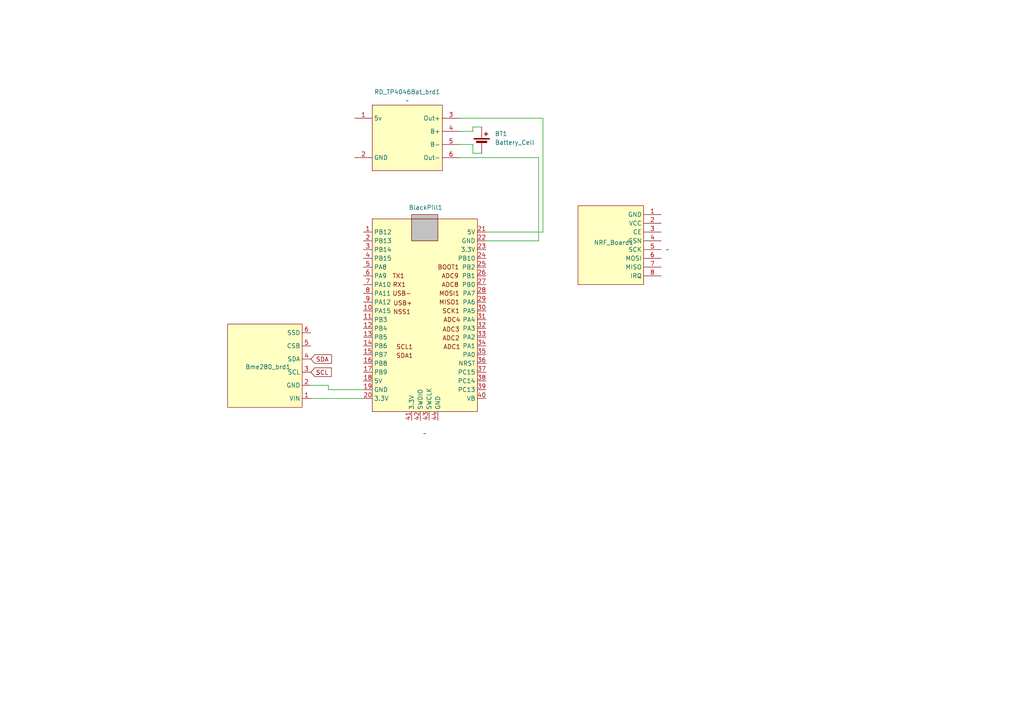
<source format=kicad_sch>
(kicad_sch (version 20250114) (generator "eeschema") (generator_version "9.0")
  (paper "A4")
  (lib_symbols
    (symbol "AARobin:RD_BlackPill"
      (property "Reference" "BlackPill" (at -0.762 -3.556 0))
      (symbol "RD_BlackPill_1_1"
        (rectangle (start -15.24 26.67) (end 15.24 -29.21) (fill (type background)))
        (rectangle (start -3.81 27.94) (end 3.81 20.32) (fill (type color) (color 194 194 194 1)))
        (text "TX1" (at -7.62 10.16 0) (effects (font (size 1.27 1.27))))
        (text "RX1" (at -7.366 7.62 0) (effects (font (size 1.27 1.27))))
        (text "USB-" (at -6.604 5.08 0) (effects (font (size 1.27 1.27))))
        (text "NSS1" (at -6.604 -0.254 0) (effects (font (size 1.27 1.27))))
        (text "USB+" (at -6.35 2.286 0) (effects (font (size 1.27 1.27))))
        (text "SCL1" (at -5.842 -10.414 0) (effects (font (size 1.27 1.27))))
        (text "SDA1" (at -5.842 -12.954 0) (effects (font (size 1.27 1.27))))
        (text "BOOT1" (at 6.858 12.7 0) (effects (font (size 1.27 1.27))))
        (text "MOSI1" (at 7.112 5.08 0) (effects (font (size 1.27 1.27))))
        (text "MISO1" (at 7.112 2.54 0) (effects (font (size 1.27 1.27))))
        (text "ADC9" (at 7.366 10.16 0) (effects (font (size 1.27 1.27))))
        (text "ADC8" (at 7.366 7.62 0) (effects (font (size 1.27 1.27))))
        (text "SCK1" (at 7.62 0 0) (effects (font (size 1.27 1.27))))
        (text "ADC3" (at 7.62 -5.334 0) (effects (font (size 1.27 1.27))))
        (text "ADC2" (at 7.62 -7.874 0) (effects (font (size 1.27 1.27))))
        (text "ADC4" (at 7.874 -2.54 0) (effects (font (size 1.27 1.27))))
        (text "ADC1" (at 7.874 -10.414 0) (effects (font (size 1.27 1.27))))
        (pin bidirectional line (at -17.78 22.86 0) (length 2.54) (name "PB12") (number "1"))
        (pin bidirectional line (at -17.78 20.32 0) (length 2.54) (name "PB13") (number "2"))
        (pin bidirectional line (at -17.78 17.78 0) (length 2.54) (name "PB14") (number "3"))
        (pin bidirectional line (at -17.78 15.24 0) (length 2.54) (name "PB15") (number "4"))
        (pin bidirectional line (at -17.78 12.7 0) (length 2.54) (name "PA8") (number "5"))
        (pin bidirectional line (at -17.78 10.16 0) (length 2.54) (name "PA9") (number "6"))
        (pin bidirectional line (at -17.78 7.62 0) (length 2.54) (name "PA10") (number "7"))
        (pin bidirectional line (at -17.78 5.08 0) (length 2.54) (name "PA11") (number "8"))
        (pin bidirectional line (at -17.78 2.54 0) (length 2.54) (name "PA12") (number "9"))
        (pin bidirectional line (at -17.78 0 0) (length 2.54) (name "PA15") (number "10"))
        (pin bidirectional line (at -17.78 -2.54 0) (length 2.54) (name "PB3") (number "11"))
        (pin bidirectional line (at -17.78 -5.08 0) (length 2.54) (name "PB4") (number "12"))
        (pin bidirectional line (at -17.78 -7.62 0) (length 2.54) (name "PB5") (number "13"))
        (pin bidirectional line (at -17.78 -10.16 0) (length 2.54) (name "PB6") (number "14"))
        (pin bidirectional line (at -17.78 -12.7 0) (length 2.54) (name "PB7") (number "15"))
        (pin bidirectional line (at -17.78 -15.24 0) (length 2.54) (name "PB8") (number "16"))
        (pin bidirectional line (at -17.78 -17.78 0) (length 2.54) (name "PB9") (number "17"))
        (pin power_in line (at -17.78 -20.32 0) (length 2.54) (name "5V") (number "18"))
        (pin power_out line (at -17.78 -22.86 0) (length 2.54) (name "GND") (number "19"))
        (pin power_in line (at -17.78 -25.4 0) (length 2.54) (name "3.3V") (number "20"))
        (pin power_in line (at -3.81 -31.75 90) (length 2.54) (name "3.3V") (number "41"))
        (pin bidirectional line (at -1.27 -31.75 90) (length 2.54) (name "SWDIO") (number "42"))
        (pin bidirectional line (at 1.27 -31.75 90) (length 2.54) (name "SWCLK") (number "43"))
        (pin power_out line (at 3.81 -31.75 90) (length 2.54) (name "GND") (number "44"))
        (pin power_in line (at 17.78 22.86 180) (length 2.54) (name "5V") (number "21"))
        (pin power_out line (at 17.78 20.32 180) (length 2.54) (name "GND") (number "22"))
        (pin power_in line (at 17.78 17.78 180) (length 2.54) (name "3.3V") (number "23"))
        (pin bidirectional line (at 17.78 15.24 180) (length 2.54) (name "PB10") (number "24"))
        (pin bidirectional line (at 17.78 12.7 180) (length 2.54) (name "PB2") (number "25"))
        (pin bidirectional line (at 17.78 10.16 180) (length 2.54) (name "PB1") (number "26"))
        (pin bidirectional line (at 17.78 7.62 180) (length 2.54) (name "PB0") (number "27"))
        (pin bidirectional line (at 17.78 5.08 180) (length 2.54) (name "PA7") (number "28"))
        (pin bidirectional line (at 17.78 2.54 180) (length 2.54) (name "PA6") (number "29"))
        (pin bidirectional line (at 17.78 0 180) (length 2.54) (name "PA5") (number "30"))
        (pin bidirectional line (at 17.78 -2.54 180) (length 2.54) (name "PA4") (number "31"))
        (pin bidirectional line (at 17.78 -5.08 180) (length 2.54) (name "PA3") (number "32"))
        (pin bidirectional line (at 17.78 -7.62 180) (length 2.54) (name "PA2") (number "33"))
        (pin bidirectional line (at 17.78 -10.16 180) (length 2.54) (name "PA1") (number "34"))
        (pin bidirectional line (at 17.78 -12.7 180) (length 2.54) (name "PA0") (number "35"))
        (pin bidirectional line (at 17.78 -15.24 180) (length 2.54) (name "NRST") (number "36"))
        (pin bidirectional line (at 17.78 -17.78 180) (length 2.54) (name "PC15") (number "37"))
        (pin bidirectional line (at 17.78 -20.32 180) (length 2.54) (name "PC14") (number "38"))
        (pin bidirectional line (at 17.78 -22.86 180) (length 2.54) (name "PC13") (number "39"))
        (pin bidirectional line (at 17.78 -25.4 180) (length 2.54) (name "VB") (number "40"))
      )
    )
    (symbol "AARobin:RD_NRF_Board"
      (property "Reference" "nRF24L01P_brd" (at 0 0 90))
      (symbol "RD_NRF_Board_1_1"
        (rectangle (start -6.35 11.43) (end 12.7 -11.43) (fill (type background)))
        (pin power_out line (at 17.78 8.89 180) (length 5.08) (name "GND") (number "1"))
        (pin power_in line (at 17.78 6.35 180) (length 5.08) (name "VCC") (number "2"))
        (pin bidirectional line (at 17.78 3.81 180) (length 5.08) (name "CE") (number "3"))
        (pin bidirectional line (at 17.78 1.27 180) (length 5.08) (name "CSN") (number "4"))
        (pin bidirectional line (at 17.78 -1.27 180) (length 5.08) (name "SCK") (number "5"))
        (pin bidirectional line (at 17.78 -3.81 180) (length 5.08) (name "MOSI") (number "6"))
        (pin bidirectional line (at 17.78 -6.35 180) (length 5.08) (name "MISO") (number "7"))
        (pin bidirectional line (at 17.78 -8.89 180) (length 5.08) (name "IRQ") (number "8"))
      )
    )
    (symbol "AARobin:RD_TP4056_Bat_brd"
      (property "Reference" "RD_TP4046Bat_brd" (at -5.334 0.254 90))
      (symbol "RD_TP4056_Bat_brd_1_1"
        (rectangle (start -12.7 10.16) (end 7.62 -8.89) (fill (type background)))
        (pin input line (at -17.78 6.35 0) (length 5.08) (name "5v") (number "1"))
        (pin input line (at -17.78 -5.08 0) (length 5.08) (name "GND") (number "2"))
        (pin output line (at 12.7 6.35 180) (length 5.08) (name "Out+") (number "3"))
        (pin bidirectional line (at 12.7 2.54 180) (length 5.08) (name "B+") (number "4"))
        (pin bidirectional line (at 12.7 -1.27 180) (length 5.08) (name "B-") (number "5"))
        (pin output line (at 12.7 -5.08 180) (length 5.08) (name "Out-") (number "6"))
      )
    )
    (symbol "AARobin:RD_bme280_board"
      (property "Reference" "Bme280_brd" (at -5.842 0 0))
      (symbol "RD_bme280_board_1_1"
        (rectangle (start -13.97 7.62) (end 7.62 -16.51) (fill (type background)))
        (pin input line (at 10.16 5.08 180) (length 2.54) (name "VIN") (number "1"))
        (pin output line (at 10.16 1.27 180) (length 2.54) (name "GND") (number "2"))
        (pin bidirectional line (at 10.16 -2.54 180) (length 2.54) (name "SCL") (number "3"))
        (pin bidirectional line (at 10.16 -6.35 180) (length 2.54) (name "SDA") (number "4"))
        (pin bidirectional line (at 10.16 -10.16 180) (length 2.54) (name "CSB") (number "5"))
        (pin bidirectional line (at 10.16 -13.97 180) (length 2.54) (name "SSD") (number "6"))
      )
    )
    (symbol "Device:Battery_Cell" (pin_numbers (hide yes)) (pin_names (offset 0) (hide yes))
      (property "Reference" "BT" (at 2.54 2.54 0))
      (property "Value" "Battery_Cell" (at 2.54 0 0))
      (symbol "Battery_Cell_0_1"
        (rectangle (start -2.286 1.778) (end 2.286 1.524) (fill (type outline)))
        (rectangle (start -1.524 1.016) (end 1.524 0.508) (fill (type outline)))
        (polyline (pts (xy 0 1.778) (xy 0 2.54)))
        (polyline (pts (xy 0 0.762) (xy 0 0)))
        (polyline (pts (xy 0.762 3.048) (xy 1.778 3.048)) (stroke (width 0.254)))
        (polyline (pts (xy 1.27 3.556) (xy 1.27 2.54)) (stroke (width 0.254)))
      )
      (symbol "Battery_Cell_1_1"
        (pin passive line (at 0 5.08 270) (length 2.54) (name "+") (number "1"))
        (pin passive line (at 0 -2.54 90) (length 2.54) (name "-") (number "2"))
      )
    )
  )
  (wire (pts (xy 95.25 113.03) (xy 105.41 113.03)))
  (wire (pts (xy 90.17 111.76) (xy 95.25 111.76)))
  (wire (pts (xy 133.35 34.29) (xy 157.48 34.29)))
  (wire (pts (xy 137.16 38.1) (xy 137.16 36.83)))
  (wire (pts (xy 137.16 41.91) (xy 137.16 44.45)))
  (wire (pts (xy 133.35 38.1) (xy 137.16 38.1)))
  (wire (pts (xy 137.16 44.45) (xy 139.7 44.45)))
  (wire (pts (xy 95.25 111.76) (xy 95.25 113.03)))
  (wire (pts (xy 133.35 41.91) (xy 137.16 41.91)))
  (wire (pts (xy 157.48 34.29) (xy 157.48 67.31)))
  (wire (pts (xy 133.35 45.72) (xy 156.21 45.72)))
  (wire (pts (xy 157.48 67.31) (xy 140.97 67.31)))
  (wire (pts (xy 156.21 45.72) (xy 156.21 69.85)))
  (wire (pts (xy 137.16 36.83) (xy 139.7 36.83)))
  (wire (pts (xy 90.17 115.57) (xy 105.41 115.57)))
  (wire (pts (xy 156.21 69.85) (xy 140.97 69.85)))
  (global_label "SCL" (shape input) (at 90.17 107.95 0) (property "Intersheetrefs" "${INTERSHEET_REFS}" (effects (hide yes))))
  (global_label "SDA" (shape input) (at 90.17 104.14 0) (property "Intersheetrefs" "${INTERSHEET_REFS}" (effects (hide yes))))
  (symbol (lib_id "AARobin:RD_bme280_board") (at 80.01 110.49 0) (mirror x) (unit 1)
    (property "Reference" "Bme280_brd1" (at 71.12 106.426 0) (effects (justify left)))
    (property "Value" "~" (at 91.44 108.585 0) (effects (justify left)))
  )
  (symbol (lib_id "AARobin:RD_BlackPill") (at 123.19 90.17 0) (unit 1)
    (property "Reference" "BlackPill1" (at 123.444 60.198 0))
    (property "Value" "~" (at 123.19 125.73 0))
  )
  (symbol (lib_id "AARobin:RD_NRF_Board") (at 173.99 71.12 0) (unit 1)
    (property "Reference" "NRF_Board1" (at 172.212 70.358 0) (effects (justify left)))
    (property "Value" "~" (at 193.04 72.39 0) (effects (justify left)))
  )
  (symbol (lib_id "AARobin:RD_TP4056_Bat_brd") (at 120.65 40.64 0) (unit 1)
    (property "Reference" "RD_TP4046Bat_brd1" (at 118.11 26.67 0))
    (property "Value" "~" (at 118.11 29.21 0))
  )
  (symbol (lib_id "Device:Battery_Cell") (at 139.7 41.91 0) (unit 1)
    (property "Reference" "BT1" (at 143.51 38.7984 0) (effects (justify left)))
    (property "Value" "Battery_Cell" (at 143.51 41.3384 0) (effects (justify left)))
    (property "Description" "Single-cell battery" (effects (hide yes)))
  )
)
</source>
